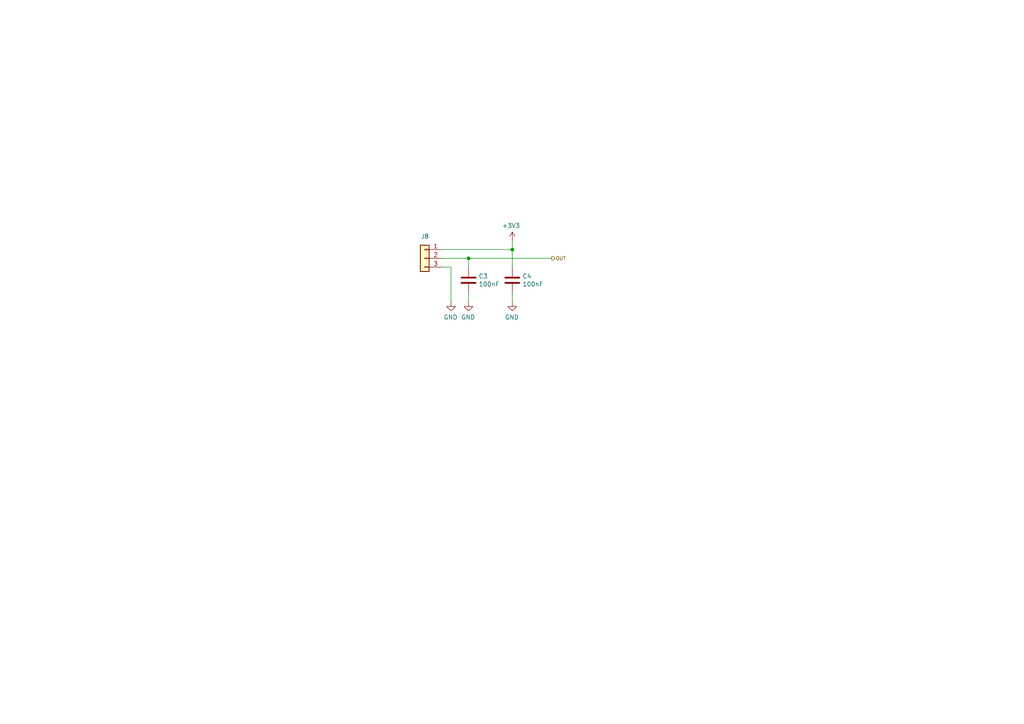
<source format=kicad_sch>
(kicad_sch (version 20211123) (generator eeschema)
  (paper "A4")
  (title_block (title "Temperature Sensor Input") (date "2021-06-10") (rev "0.1") (comment 1 "https://github.com/enriquewph/esp32-ups-monitor"))
  (lib_symbols
    (symbol "Connector_Generic:Conn_01x03" (pin_names (offset 1.016) hide)
      (property "Reference" "J" (at 0 5.08 0))
      (property "Value" "Conn_01x03" (at 0 -5.08 0))
      (symbol "Conn_01x03_1_1"
        (rectangle (start -1.27 -2.413) (end 0 -2.667) (stroke (width 0.1524)))
        (rectangle (start -1.27 0.127) (end 0 -0.127) (stroke (width 0.1524)))
        (rectangle (start -1.27 2.667) (end 0 2.413) (stroke (width 0.1524)))
        (rectangle (start -1.27 3.81) (end 1.27 -3.81) (stroke (width 0.254)) (fill (type background)))
        (pin passive line (at -5.08 2.54 0) (length 3.81) (name "Pin_1") (number "1"))
        (pin passive line (at -5.08 0 0) (length 3.81) (name "Pin_2") (number "2"))
        (pin passive line (at -5.08 -2.54 0) (length 3.81) (name "Pin_3") (number "3"))
      )
    )
    (symbol "Device:C" (pin_numbers hide) (pin_names (offset 0.254))
      (property "Reference" "C" (at 0.635 2.54 0))
      (property "Value" "C" (at 0.635 -2.54 0))
      (symbol "C_0_1"
        (polyline (pts (xy -2.032 -0.762) (xy 2.032 -0.762)) (stroke (width 0.508)))
        (polyline (pts (xy -2.032 0.762) (xy 2.032 0.762)) (stroke (width 0.508)))
      )
      (symbol "C_1_1"
        (pin passive line (at 0 3.81 270) (length 2.794) (name "~") (number "1"))
        (pin passive line (at 0 -3.81 90) (length 2.794) (name "~") (number "2"))
      )
    )
    (symbol "power:+3V3" (power) (pin_names (offset 0))
      (property "Value" "+3V3" (at 0 3.556 0))
      (symbol "+3V3_0_1"
        (polyline (pts (xy -0.762 1.27) (xy 0 2.54)))
        (polyline (pts (xy 0 0) (xy 0 2.54)))
        (polyline (pts (xy 0 2.54) (xy 0.762 1.27)))
      )
      (symbol "+3V3_1_1"
        (pin power_in line (at 0 0 90) (length 0) hide (name "+3V3") (number "1"))
      )
    )
    (symbol "power:GND" (power) (pin_names (offset 0))
      (property "Value" "GND" (at 0 -3.81 0))
      (symbol "GND_0_1"
        (polyline (pts (xy 0 0) (xy 0 -1.27) (xy 1.27 -1.27) (xy 0 -2.54) (xy -1.27 -1.27) (xy 0 -1.27)))
      )
      (symbol "GND_1_1"
        (pin power_in line (at 0 0 270) (length 0) hide (name "GND") (number "1"))
      )
    )
  )
  (junction (at 135.89 74.93))
  (junction (at 148.59 72.39))
  (wire (pts (xy 130.81 87.63) (xy 130.81 77.47)))
  (wire (pts (xy 135.89 74.93) (xy 160.02 74.93)))
  (wire (pts (xy 135.89 87.63) (xy 135.89 85.09)))
  (wire (pts (xy 148.59 77.47) (xy 148.59 72.39)))
  (wire (pts (xy 148.59 87.63) (xy 148.59 85.09)))
  (wire (pts (xy 130.81 77.47) (xy 128.27 77.47)))
  (wire (pts (xy 148.59 69.85) (xy 148.59 72.39)))
  (wire (pts (xy 128.27 74.93) (xy 135.89 74.93)))
  (wire (pts (xy 135.89 74.93) (xy 135.89 77.47)))
  (wire (pts (xy 128.27 72.39) (xy 148.59 72.39)))
  (hierarchical_label "OUT" (shape output) (at 160.02 74.93 0) (effects (font (size 0.9906 0.9906))))
  (symbol (lib_id "Connector_Generic:Conn_01x03") (at 123.19 74.93 0) (mirror y) (unit 1)
    (property "Reference" "J8" (at 124.46 68.58 0) (effects (justify left)))
    (property "Value" "Conn_01x03" (effects hide))
    (property "Footprint" "Connector_Molex:Molex_KK-254_AE-6410-03A_1x03_P2.54mm_Vertical" (effects hide))
    (property "Datasheet" "https://app.adam-tech.com/products/download/data_sheet/196588/lha-xx-ts-data-sheet.pdf" (effects hide))
    (property "manf#" "LHA-03-TS" (effects hide))
  )
  (symbol (lib_id "power:+3V3") (at 148.59 69.85 0) (mirror y) (unit 1)
    (property "Reference" "#PWR026" (effects hide))
    (property "Value" "+3V3" (at 148.209 65.4558 0))
  )
  (symbol (lib_id "power:GND") (at 135.89 87.63 0) (mirror y) (unit 1)
    (property "Reference" "#PWR025" (effects hide))
    (property "Value" "GND" (at 135.763 92.0242 0))
  )
  (symbol (lib_id "power:GND") (at 130.81 87.63 0) (mirror y) (unit 1)
    (property "Reference" "#PWR024" (effects hide))
    (property "Value" "GND" (at 130.683 92.0242 0))
  )
  (symbol (lib_id "Device:C") (at 135.89 81.28 0) (unit 1)
    (property "Reference" "C3" (at 138.811 80.1116 0) (effects (justify left)))
    (property "Value" "100nF" (at 138.811 82.423 0) (effects (justify left)))
    (property "Footprint" "Capacitor_SMD:C_1206_3216Metric_Pad1.33x1.80mm_HandSolder" (effects hide))
    (property "Datasheet" "https://www.yageo.com/upload/media/product/productsearch/datasheet/mlcc/UPY-GPHC_X7R_6.3V-to-50V_18.pdf" (effects hide))
    (property "Voltage" "50V" (effects hide))
    (property "manf#" "CC1206KRX7R9BB104" (effects hide))
  )
  (symbol (lib_id "power:GND") (at 148.59 87.63 0) (mirror y) (unit 1)
    (property "Reference" "#PWR027" (effects hide))
    (property "Value" "GND" (at 148.463 92.0242 0))
  )
  (symbol (lib_id "Device:C") (at 148.59 81.28 0) (unit 1)
    (property "Reference" "C4" (at 151.511 80.1116 0) (effects (justify left)))
    (property "Value" "100nF" (at 151.511 82.423 0) (effects (justify left)))
    (property "Footprint" "Capacitor_SMD:C_1206_3216Metric_Pad1.33x1.80mm_HandSolder" (effects hide))
    (property "Datasheet" "https://www.yageo.com/upload/media/product/productsearch/datasheet/mlcc/UPY-GPHC_X7R_6.3V-to-50V_18.pdf" (effects hide))
    (property "Voltage" "50V" (effects hide))
    (property "manf#" "CC1206KRX7R9BB104" (effects hide))
  )
)
</source>
